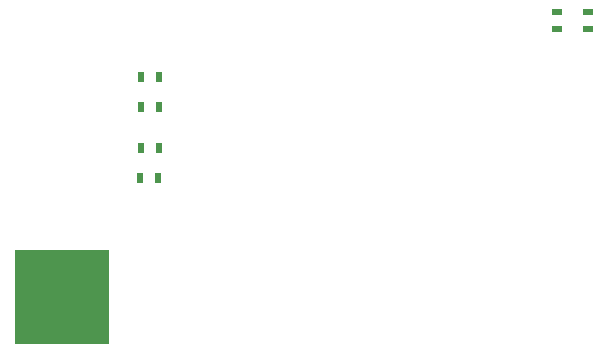
<source format=gtp>
G04 #@! TF.GenerationSoftware,KiCad,Pcbnew,(5.1.10)-1*
G04 #@! TF.CreationDate,2022-04-17T04:02:28-07:00*
G04 #@! TF.ProjectId,GPS_Board,4750535f-426f-4617-9264-2e6b69636164,rev?*
G04 #@! TF.SameCoordinates,Original*
G04 #@! TF.FileFunction,Paste,Top*
G04 #@! TF.FilePolarity,Positive*
%FSLAX46Y46*%
G04 Gerber Fmt 4.6, Leading zero omitted, Abs format (unit mm)*
G04 Created by KiCad (PCBNEW (5.1.10)-1) date 2022-04-17 04:02:28*
%MOMM*%
%LPD*%
G01*
G04 APERTURE LIST*
%ADD10R,0.900000X0.600000*%
%ADD11R,8.000000X8.000000*%
%ADD12R,0.600000X0.900000*%
G04 APERTURE END LIST*
D10*
X172641500Y-82103500D03*
X172641500Y-80603500D03*
D11*
X128066800Y-104800400D03*
D12*
X136291500Y-88678500D03*
X134791500Y-88678500D03*
X134791500Y-86128500D03*
X136291500Y-86128500D03*
D10*
X170041500Y-80603500D03*
X170041500Y-82103500D03*
D12*
X134716500Y-94728500D03*
X136216500Y-94728500D03*
X136266500Y-92178500D03*
X134766500Y-92178500D03*
M02*

</source>
